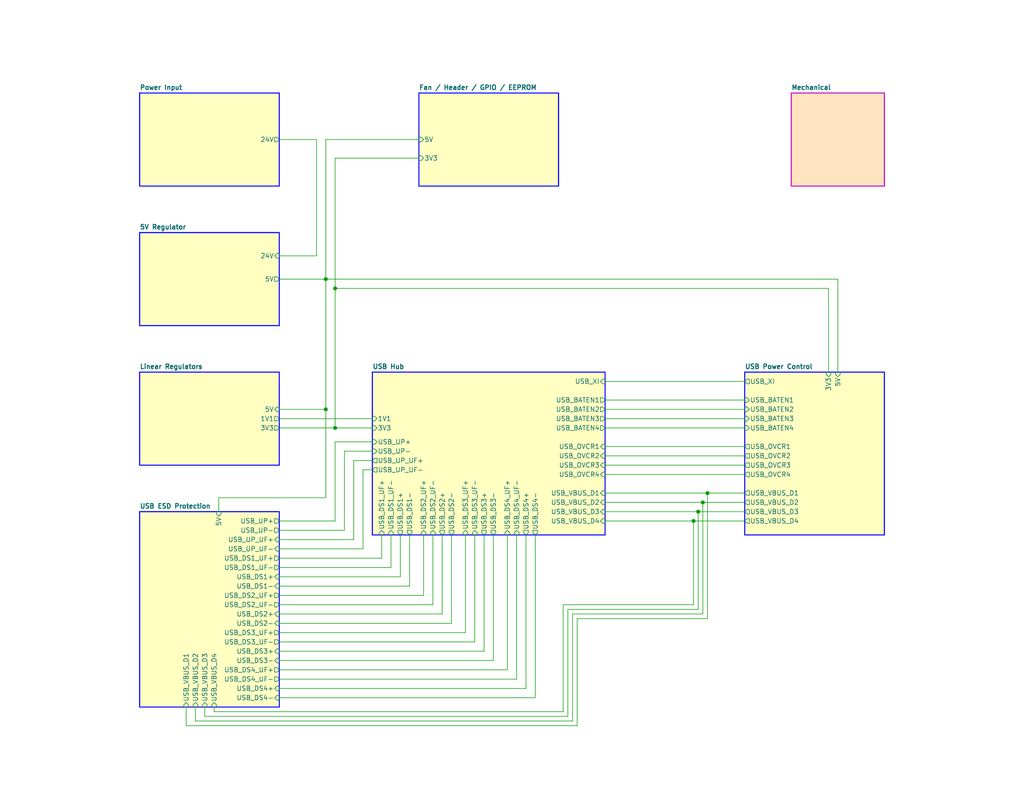
<source format=kicad_sch>
(kicad_sch
	(version 20250114)
	(generator "eeschema")
	(generator_version "9.0")
	(uuid "0e50632e-8a8b-4b7f-ac56-99c7667bb88a")
	(paper "USLetter")
	(title_block
		(title "1026 RPi Power Hat")
		(date "2025-04-11")
		(rev "1")
		(company "Dan Wilson")
		(comment 1 "Copyright © 2025 Dan Wilson")
		(comment 4 "Root Sheet")
	)
	(lib_symbols)
	(junction
		(at 193.04 134.62)
		(diameter 0)
		(color 0 0 0 0)
		(uuid "1ea939e0-2d6a-4579-a373-fc99733062e6")
	)
	(junction
		(at 88.9 76.2)
		(diameter 0)
		(color 0 0 0 0)
		(uuid "57283397-f1d5-45c3-be84-7e79bed212d6")
	)
	(junction
		(at 88.9 111.76)
		(diameter 0)
		(color 0 0 0 0)
		(uuid "9410819e-87c3-4dda-9b31-bb09f7137b01")
	)
	(junction
		(at 189.23 142.24)
		(diameter 0)
		(color 0 0 0 0)
		(uuid "a6957245-7d3c-46ea-b877-4e3aa4485a5b")
	)
	(junction
		(at 190.5 139.7)
		(diameter 0)
		(color 0 0 0 0)
		(uuid "aa7104f9-a0ef-4d1a-9dbf-84a58b18f067")
	)
	(junction
		(at 91.44 78.74)
		(diameter 0)
		(color 0 0 0 0)
		(uuid "b8ffbcb5-838f-40e9-bc8d-3f0550f1dc8d")
	)
	(junction
		(at 191.77 137.16)
		(diameter 0)
		(color 0 0 0 0)
		(uuid "cb85b116-8ec2-4b9c-94ea-e9b0e5fd70d5")
	)
	(junction
		(at 91.44 116.84)
		(diameter 0)
		(color 0 0 0 0)
		(uuid "ec89ec95-f7e1-4c70-b74d-b6ccb16874a0")
	)
	(wire
		(pts
			(xy 165.1 114.3) (xy 203.2 114.3)
		)
		(stroke
			(width 0)
			(type default)
		)
		(uuid "0323bbf9-9ae3-43ec-b2ba-8b1fd1061a36")
	)
	(wire
		(pts
			(xy 91.44 43.18) (xy 114.3 43.18)
		)
		(stroke
			(width 0)
			(type default)
		)
		(uuid "042e19cd-839f-4715-9e17-f37015f4b11a")
	)
	(wire
		(pts
			(xy 55.88 193.04) (xy 55.88 195.58)
		)
		(stroke
			(width 0)
			(type default)
		)
		(uuid "051fb823-b997-4011-b171-aa1545b00cec")
	)
	(wire
		(pts
			(xy 76.2 154.94) (xy 106.68 154.94)
		)
		(stroke
			(width 0)
			(type default)
		)
		(uuid "064029de-9483-485d-861e-6498d30e198a")
	)
	(wire
		(pts
			(xy 76.2 142.24) (xy 91.44 142.24)
		)
		(stroke
			(width 0)
			(type default)
		)
		(uuid "08326a5a-921b-4cfe-bfd0-e6cd2e565cd9")
	)
	(wire
		(pts
			(xy 59.69 135.89) (xy 88.9 135.89)
		)
		(stroke
			(width 0)
			(type default)
		)
		(uuid "094935bc-fa3a-4a00-bda8-643913af8172")
	)
	(wire
		(pts
			(xy 76.2 116.84) (xy 91.44 116.84)
		)
		(stroke
			(width 0)
			(type default)
		)
		(uuid "0a421578-7e5c-4853-ad36-466e86667b6d")
	)
	(wire
		(pts
			(xy 76.2 157.48) (xy 109.22 157.48)
		)
		(stroke
			(width 0)
			(type default)
		)
		(uuid "0a70d92a-b234-46a1-8375-86b9cd908c64")
	)
	(wire
		(pts
			(xy 189.23 142.24) (xy 203.2 142.24)
		)
		(stroke
			(width 0)
			(type default)
		)
		(uuid "0d987233-29f0-4c3c-9eeb-ae172baa1ebc")
	)
	(wire
		(pts
			(xy 143.51 187.96) (xy 143.51 146.05)
		)
		(stroke
			(width 0)
			(type default)
		)
		(uuid "0da8fad8-3f29-4798-bd79-ec1199d0699a")
	)
	(wire
		(pts
			(xy 58.42 194.31) (xy 153.67 194.31)
		)
		(stroke
			(width 0)
			(type default)
		)
		(uuid "0e4202d2-35ed-4cfa-b0b2-74ab0f43f497")
	)
	(wire
		(pts
			(xy 53.34 193.04) (xy 53.34 196.85)
		)
		(stroke
			(width 0)
			(type default)
		)
		(uuid "137d49e6-9658-4a8b-b09b-d7368ddb4792")
	)
	(wire
		(pts
			(xy 191.77 137.16) (xy 191.77 167.64)
		)
		(stroke
			(width 0)
			(type default)
		)
		(uuid "166cf1f2-544d-40f1-8a28-f4b0fe75cda2")
	)
	(wire
		(pts
			(xy 138.43 182.88) (xy 138.43 146.05)
		)
		(stroke
			(width 0)
			(type default)
		)
		(uuid "16eab450-6af9-4c43-afbd-e9f7f4767b1a")
	)
	(wire
		(pts
			(xy 191.77 137.16) (xy 203.2 137.16)
		)
		(stroke
			(width 0)
			(type default)
		)
		(uuid "1ae5de46-1af9-4d27-a0e5-b2ac8ad78064")
	)
	(wire
		(pts
			(xy 165.1 142.24) (xy 189.23 142.24)
		)
		(stroke
			(width 0)
			(type default)
		)
		(uuid "1b75bdd9-b8b9-4863-b822-7a16df45d734")
	)
	(wire
		(pts
			(xy 76.2 165.1) (xy 118.11 165.1)
		)
		(stroke
			(width 0)
			(type default)
		)
		(uuid "1e047608-dfc4-4fd8-b3db-42a1a1a930d0")
	)
	(wire
		(pts
			(xy 76.2 76.2) (xy 88.9 76.2)
		)
		(stroke
			(width 0)
			(type default)
		)
		(uuid "1fc3b561-1fc9-4318-9002-ce6258f86789")
	)
	(wire
		(pts
			(xy 157.48 168.91) (xy 193.04 168.91)
		)
		(stroke
			(width 0)
			(type default)
		)
		(uuid "23d9f56a-a024-4d90-ab5b-6da38510fa54")
	)
	(wire
		(pts
			(xy 165.1 127) (xy 203.2 127)
		)
		(stroke
			(width 0)
			(type default)
		)
		(uuid "27c5e330-0b77-444b-8136-1ae73b039b0f")
	)
	(wire
		(pts
			(xy 165.1 137.16) (xy 191.77 137.16)
		)
		(stroke
			(width 0)
			(type default)
		)
		(uuid "29693de4-e935-4bf5-bb46-460c02d48d8e")
	)
	(wire
		(pts
			(xy 226.06 78.74) (xy 226.06 101.6)
		)
		(stroke
			(width 0)
			(type default)
		)
		(uuid "2e953b30-78f2-4e2b-97ac-26b45dccf1e3")
	)
	(wire
		(pts
			(xy 156.21 196.85) (xy 156.21 167.64)
		)
		(stroke
			(width 0)
			(type default)
		)
		(uuid "3115b096-c114-43d0-9386-22b5081beb93")
	)
	(wire
		(pts
			(xy 165.1 104.14) (xy 203.2 104.14)
		)
		(stroke
			(width 0)
			(type default)
		)
		(uuid "353dbd9a-6b44-4f3e-97dd-8cdc2e182e44")
	)
	(wire
		(pts
			(xy 165.1 109.22) (xy 203.2 109.22)
		)
		(stroke
			(width 0)
			(type default)
		)
		(uuid "38097c9b-f6d6-4c17-a2f7-baf71d8f6794")
	)
	(wire
		(pts
			(xy 109.22 157.48) (xy 109.22 146.05)
		)
		(stroke
			(width 0)
			(type default)
		)
		(uuid "3d33439b-b464-4c4e-adf2-49b32a7a7f27")
	)
	(wire
		(pts
			(xy 132.08 177.8) (xy 132.08 146.05)
		)
		(stroke
			(width 0)
			(type default)
		)
		(uuid "40c187ba-b10c-4e8b-8bc0-48c5ece9978f")
	)
	(wire
		(pts
			(xy 228.6 76.2) (xy 228.6 101.6)
		)
		(stroke
			(width 0)
			(type default)
		)
		(uuid "4210ba3c-f994-453c-8653-98982bb35067")
	)
	(wire
		(pts
			(xy 123.19 170.18) (xy 123.19 146.05)
		)
		(stroke
			(width 0)
			(type default)
		)
		(uuid "434c33fc-4ad0-4371-bf8c-ebfaa8041f1c")
	)
	(wire
		(pts
			(xy 93.98 123.19) (xy 101.6 123.19)
		)
		(stroke
			(width 0)
			(type default)
		)
		(uuid "43ef982c-ce7f-4009-a155-b34065cb379f")
	)
	(wire
		(pts
			(xy 88.9 111.76) (xy 88.9 135.89)
		)
		(stroke
			(width 0)
			(type default)
		)
		(uuid "4407b7c4-ae89-4221-8a4c-2e56f46d88a3")
	)
	(wire
		(pts
			(xy 76.2 182.88) (xy 138.43 182.88)
		)
		(stroke
			(width 0)
			(type default)
		)
		(uuid "4a750004-4c4c-4a53-893c-8e1dea42dd35")
	)
	(wire
		(pts
			(xy 76.2 149.86) (xy 99.06 149.86)
		)
		(stroke
			(width 0)
			(type default)
		)
		(uuid "4b28ee1a-c0b4-4206-9495-2358e22a33b8")
	)
	(wire
		(pts
			(xy 76.2 167.64) (xy 120.65 167.64)
		)
		(stroke
			(width 0)
			(type default)
		)
		(uuid "4f50627d-f35c-452b-8bd1-4a8eaaa3b4f7")
	)
	(wire
		(pts
			(xy 153.67 194.31) (xy 153.67 165.1)
		)
		(stroke
			(width 0)
			(type default)
		)
		(uuid "5365f8c5-deda-4d1d-9efb-d75cd54428f2")
	)
	(wire
		(pts
			(xy 55.88 195.58) (xy 154.94 195.58)
		)
		(stroke
			(width 0)
			(type default)
		)
		(uuid "5393a1f6-440f-45c4-b95b-362486e4787b")
	)
	(wire
		(pts
			(xy 58.42 193.04) (xy 58.42 194.31)
		)
		(stroke
			(width 0)
			(type default)
		)
		(uuid "56680e7e-f523-47fb-bede-884c728ef8de")
	)
	(wire
		(pts
			(xy 153.67 165.1) (xy 189.23 165.1)
		)
		(stroke
			(width 0)
			(type default)
		)
		(uuid "581ddda5-92ea-42af-9e31-fe9fdb2f5b83")
	)
	(wire
		(pts
			(xy 115.57 162.56) (xy 115.57 146.05)
		)
		(stroke
			(width 0)
			(type default)
		)
		(uuid "5941d842-5b72-43ec-ae15-3f23a03e4b1f")
	)
	(wire
		(pts
			(xy 134.62 180.34) (xy 134.62 146.05)
		)
		(stroke
			(width 0)
			(type default)
		)
		(uuid "5abb5924-2c03-4f18-91da-019e135e4e24")
	)
	(wire
		(pts
			(xy 76.2 190.5) (xy 146.05 190.5)
		)
		(stroke
			(width 0)
			(type default)
		)
		(uuid "5f634e35-0665-44be-a4fb-7303006c94af")
	)
	(wire
		(pts
			(xy 76.2 162.56) (xy 115.57 162.56)
		)
		(stroke
			(width 0)
			(type default)
		)
		(uuid "6081364e-6e13-4d5f-97ed-b63a6da8f27c")
	)
	(wire
		(pts
			(xy 91.44 78.74) (xy 226.06 78.74)
		)
		(stroke
			(width 0)
			(type default)
		)
		(uuid "6516f889-2b71-4a39-bb7c-8e54b1b1b7aa")
	)
	(wire
		(pts
			(xy 165.1 134.62) (xy 193.04 134.62)
		)
		(stroke
			(width 0)
			(type default)
		)
		(uuid "692e2e66-66d1-47df-98ce-f894be04bca8")
	)
	(wire
		(pts
			(xy 111.76 160.02) (xy 111.76 146.05)
		)
		(stroke
			(width 0)
			(type default)
		)
		(uuid "6a54e804-ddd5-4e5f-9a00-8e12f08dd759")
	)
	(wire
		(pts
			(xy 165.1 121.92) (xy 203.2 121.92)
		)
		(stroke
			(width 0)
			(type default)
		)
		(uuid "6dac596d-22f4-4c37-bd1c-e2491ab37437")
	)
	(wire
		(pts
			(xy 165.1 116.84) (xy 203.2 116.84)
		)
		(stroke
			(width 0)
			(type default)
		)
		(uuid "6f58b8bb-b4bc-4b07-bff2-8d6f15372b7a")
	)
	(wire
		(pts
			(xy 189.23 142.24) (xy 189.23 165.1)
		)
		(stroke
			(width 0)
			(type default)
		)
		(uuid "705bbf96-80dd-4b30-b5ca-8a831519f8ff")
	)
	(wire
		(pts
			(xy 76.2 180.34) (xy 134.62 180.34)
		)
		(stroke
			(width 0)
			(type default)
		)
		(uuid "714559c1-7931-4b90-ad6d-0dd3143cde97")
	)
	(wire
		(pts
			(xy 157.48 198.12) (xy 157.48 168.91)
		)
		(stroke
			(width 0)
			(type default)
		)
		(uuid "73d937b1-96b3-4ed4-9aae-2cc33d5c7997")
	)
	(wire
		(pts
			(xy 76.2 114.3) (xy 101.6 114.3)
		)
		(stroke
			(width 0)
			(type default)
		)
		(uuid "79fe3b27-7020-4045-8b48-b845bca3ede9")
	)
	(wire
		(pts
			(xy 91.44 78.74) (xy 91.44 43.18)
		)
		(stroke
			(width 0)
			(type default)
		)
		(uuid "7d4a8e13-759c-4404-a088-4446faee0d59")
	)
	(wire
		(pts
			(xy 96.52 147.32) (xy 96.52 125.73)
		)
		(stroke
			(width 0)
			(type default)
		)
		(uuid "7e17313c-5618-4c88-8109-4042713b4a54")
	)
	(wire
		(pts
			(xy 53.34 196.85) (xy 156.21 196.85)
		)
		(stroke
			(width 0)
			(type default)
		)
		(uuid "8094663b-63df-4b4c-b4f8-a3a75756fc5f")
	)
	(wire
		(pts
			(xy 50.8 198.12) (xy 157.48 198.12)
		)
		(stroke
			(width 0)
			(type default)
		)
		(uuid "817a09f8-a715-45ad-87a1-95d40461cc4e")
	)
	(wire
		(pts
			(xy 76.2 172.72) (xy 127 172.72)
		)
		(stroke
			(width 0)
			(type default)
		)
		(uuid "818b603d-efad-48b2-a6dd-714225e90641")
	)
	(wire
		(pts
			(xy 91.44 142.24) (xy 91.44 120.65)
		)
		(stroke
			(width 0)
			(type default)
		)
		(uuid "86b6588a-6237-4909-b832-2b034d3ed1d9")
	)
	(wire
		(pts
			(xy 156.21 167.64) (xy 191.77 167.64)
		)
		(stroke
			(width 0)
			(type default)
		)
		(uuid "8a4b8423-3071-4bc6-895e-5d8ba2679091")
	)
	(wire
		(pts
			(xy 118.11 165.1) (xy 118.11 146.05)
		)
		(stroke
			(width 0)
			(type default)
		)
		(uuid "8e06c3ba-4d97-47c8-89ca-709401f97722")
	)
	(wire
		(pts
			(xy 99.06 149.86) (xy 99.06 128.27)
		)
		(stroke
			(width 0)
			(type default)
		)
		(uuid "955d46eb-67d2-4199-b06a-d8f73b9d419f")
	)
	(wire
		(pts
			(xy 96.52 125.73) (xy 101.6 125.73)
		)
		(stroke
			(width 0)
			(type default)
		)
		(uuid "98ef161b-8226-4382-97a3-38bcf27e88e1")
	)
	(wire
		(pts
			(xy 193.04 134.62) (xy 193.04 168.91)
		)
		(stroke
			(width 0)
			(type default)
		)
		(uuid "9a42a488-5e33-4139-919f-c1ff12acc1ca")
	)
	(wire
		(pts
			(xy 86.36 69.85) (xy 76.2 69.85)
		)
		(stroke
			(width 0)
			(type default)
		)
		(uuid "9b93143e-0ffe-4e9f-b2df-d68bef2c8480")
	)
	(wire
		(pts
			(xy 88.9 76.2) (xy 228.6 76.2)
		)
		(stroke
			(width 0)
			(type default)
		)
		(uuid "9cb4e99f-4564-4b85-a951-4092f12896be")
	)
	(wire
		(pts
			(xy 129.54 175.26) (xy 129.54 146.05)
		)
		(stroke
			(width 0)
			(type default)
		)
		(uuid "9cb7bf9b-cfd1-47ca-b14e-b8e3378e055d")
	)
	(wire
		(pts
			(xy 76.2 144.78) (xy 93.98 144.78)
		)
		(stroke
			(width 0)
			(type default)
		)
		(uuid "9d8d733c-9434-4ec5-97ff-35e6518a573d")
	)
	(wire
		(pts
			(xy 104.14 152.4) (xy 104.14 146.05)
		)
		(stroke
			(width 0)
			(type default)
		)
		(uuid "9fdb6f4a-fe0b-4628-9336-d635857fff5b")
	)
	(wire
		(pts
			(xy 86.36 38.1) (xy 86.36 69.85)
		)
		(stroke
			(width 0)
			(type default)
		)
		(uuid "a017dd9a-580b-4cf7-9e52-8f893dfe399e")
	)
	(wire
		(pts
			(xy 190.5 139.7) (xy 203.2 139.7)
		)
		(stroke
			(width 0)
			(type default)
		)
		(uuid "a0616b13-e444-4553-8a41-ea73c61618dc")
	)
	(wire
		(pts
			(xy 91.44 78.74) (xy 91.44 116.84)
		)
		(stroke
			(width 0)
			(type default)
		)
		(uuid "a435a5b3-80d6-4982-91b0-282254782be3")
	)
	(wire
		(pts
			(xy 86.36 38.1) (xy 76.2 38.1)
		)
		(stroke
			(width 0)
			(type default)
		)
		(uuid "a73f7d70-c6fe-4d5d-95f1-87f22ad17238")
	)
	(wire
		(pts
			(xy 165.1 139.7) (xy 190.5 139.7)
		)
		(stroke
			(width 0)
			(type default)
		)
		(uuid "ad52621a-4d06-4009-a881-b91a637231f2")
	)
	(wire
		(pts
			(xy 106.68 154.94) (xy 106.68 146.05)
		)
		(stroke
			(width 0)
			(type default)
		)
		(uuid "b3865dab-a6d7-4f33-babc-ad849be107d3")
	)
	(wire
		(pts
			(xy 50.8 193.04) (xy 50.8 198.12)
		)
		(stroke
			(width 0)
			(type default)
		)
		(uuid "b44c0114-e4ca-4973-bd72-0877337ba6e4")
	)
	(wire
		(pts
			(xy 190.5 139.7) (xy 190.5 166.37)
		)
		(stroke
			(width 0)
			(type default)
		)
		(uuid "b4d2cfb7-65a6-4811-8d6c-71298a808eac")
	)
	(wire
		(pts
			(xy 120.65 167.64) (xy 120.65 146.05)
		)
		(stroke
			(width 0)
			(type default)
		)
		(uuid "b5548e78-933a-40a4-a59d-0a530a20cf57")
	)
	(wire
		(pts
			(xy 140.97 185.42) (xy 140.97 146.05)
		)
		(stroke
			(width 0)
			(type default)
		)
		(uuid "b8dbed76-438c-4aa6-b9f3-50a9507649eb")
	)
	(wire
		(pts
			(xy 76.2 170.18) (xy 123.19 170.18)
		)
		(stroke
			(width 0)
			(type default)
		)
		(uuid "b913b48c-c1fc-45fa-b19d-ac7bb6c7666e")
	)
	(wire
		(pts
			(xy 76.2 111.76) (xy 88.9 111.76)
		)
		(stroke
			(width 0)
			(type default)
		)
		(uuid "bb05603e-c1d0-473a-8a58-31745a54a0c9")
	)
	(wire
		(pts
			(xy 165.1 111.76) (xy 203.2 111.76)
		)
		(stroke
			(width 0)
			(type default)
		)
		(uuid "c2c0080d-4fb6-470c-9895-e67faaed0d5f")
	)
	(wire
		(pts
			(xy 88.9 38.1) (xy 114.3 38.1)
		)
		(stroke
			(width 0)
			(type default)
		)
		(uuid "c5035375-5bb8-401f-b75e-7796dc591a43")
	)
	(wire
		(pts
			(xy 91.44 120.65) (xy 101.6 120.65)
		)
		(stroke
			(width 0)
			(type default)
		)
		(uuid "c73ed073-e2e9-4a6b-8bc8-625d3cdc26fc")
	)
	(wire
		(pts
			(xy 165.1 124.46) (xy 203.2 124.46)
		)
		(stroke
			(width 0)
			(type default)
		)
		(uuid "c78b4534-13c3-41e4-89f1-82d730cca723")
	)
	(wire
		(pts
			(xy 76.2 175.26) (xy 129.54 175.26)
		)
		(stroke
			(width 0)
			(type default)
		)
		(uuid "cba83379-fbee-4fb8-b42f-7ef4cc29bcc9")
	)
	(wire
		(pts
			(xy 76.2 177.8) (xy 132.08 177.8)
		)
		(stroke
			(width 0)
			(type default)
		)
		(uuid "cbb2a28b-65c5-4725-9bbe-653779910b3e")
	)
	(wire
		(pts
			(xy 59.69 139.7) (xy 59.69 135.89)
		)
		(stroke
			(width 0)
			(type default)
		)
		(uuid "ce8c104a-0da7-4b58-8fe8-adc8aa1f4d2d")
	)
	(wire
		(pts
			(xy 127 172.72) (xy 127 146.05)
		)
		(stroke
			(width 0)
			(type default)
		)
		(uuid "d2130304-ee6d-4026-9159-111999ce375c")
	)
	(wire
		(pts
			(xy 76.2 185.42) (xy 140.97 185.42)
		)
		(stroke
			(width 0)
			(type default)
		)
		(uuid "d249abac-7ed2-46a8-81f9-a13e2d7e4052")
	)
	(wire
		(pts
			(xy 88.9 38.1) (xy 88.9 76.2)
		)
		(stroke
			(width 0)
			(type default)
		)
		(uuid "d44e41c6-7352-426d-87a1-9315075a46e2")
	)
	(wire
		(pts
			(xy 76.2 147.32) (xy 96.52 147.32)
		)
		(stroke
			(width 0)
			(type default)
		)
		(uuid "d6a9e6f1-f560-45af-823f-07828ee09fac")
	)
	(wire
		(pts
			(xy 76.2 152.4) (xy 104.14 152.4)
		)
		(stroke
			(width 0)
			(type default)
		)
		(uuid "d80f51e6-f71e-454b-a313-532973b72c54")
	)
	(wire
		(pts
			(xy 154.94 195.58) (xy 154.94 166.37)
		)
		(stroke
			(width 0)
			(type default)
		)
		(uuid "d921567a-56f1-489f-b1cf-dd83ec8e1aa1")
	)
	(wire
		(pts
			(xy 91.44 116.84) (xy 101.6 116.84)
		)
		(stroke
			(width 0)
			(type default)
		)
		(uuid "dbf660e4-c9db-4984-b326-a20912a28de5")
	)
	(wire
		(pts
			(xy 146.05 190.5) (xy 146.05 146.05)
		)
		(stroke
			(width 0)
			(type default)
		)
		(uuid "e127e556-83bf-46b4-8b65-745605338bdd")
	)
	(wire
		(pts
			(xy 76.2 187.96) (xy 143.51 187.96)
		)
		(stroke
			(width 0)
			(type default)
		)
		(uuid "ed414866-5c24-4869-834f-d518c948c1ca")
	)
	(wire
		(pts
			(xy 193.04 134.62) (xy 203.2 134.62)
		)
		(stroke
			(width 0)
			(type default)
		)
		(uuid "f1e3dbcf-0085-492a-8f8b-38226ca339ea")
	)
	(wire
		(pts
			(xy 88.9 76.2) (xy 88.9 111.76)
		)
		(stroke
			(width 0)
			(type default)
		)
		(uuid "f2624b8d-a96a-4ba4-a262-3a104a5c5235")
	)
	(wire
		(pts
			(xy 76.2 160.02) (xy 111.76 160.02)
		)
		(stroke
			(width 0)
			(type default)
		)
		(uuid "f2ade592-3fac-420f-9b5d-60f5cc0b1dd7")
	)
	(wire
		(pts
			(xy 165.1 129.54) (xy 203.2 129.54)
		)
		(stroke
			(width 0)
			(type default)
		)
		(uuid "f4c11cad-445c-4a8b-a6d6-ddea2e2b2800")
	)
	(wire
		(pts
			(xy 99.06 128.27) (xy 101.6 128.27)
		)
		(stroke
			(width 0)
			(type default)
		)
		(uuid "f980e841-5a19-4770-9e1a-90a5f6a8d73c")
	)
	(wire
		(pts
			(xy 154.94 166.37) (xy 190.5 166.37)
		)
		(stroke
			(width 0)
			(type default)
		)
		(uuid "fe05747f-5f8a-4637-877d-45c0be2b976f")
	)
	(wire
		(pts
			(xy 93.98 144.78) (xy 93.98 123.19)
		)
		(stroke
			(width 0)
			(type default)
		)
		(uuid "fefe589e-8878-43ca-b8b1-22a90a091f05")
	)
	(sheet
		(at 203.2 101.6)
		(size 38.1 44.45)
		(exclude_from_sim no)
		(in_bom yes)
		(on_board yes)
		(dnp no)
		(fields_autoplaced yes)
		(stroke
			(width 0.3048)
			(type solid)
			(color 0 0 255 1)
		)
		(fill
			(color 255 255 194 1.0000)
		)
		(uuid "112ce96c-f073-468c-84d9-569b54c08131")
		(property "Sheetname" "USB Power Control"
			(at 203.2 100.8122 0)
			(effects
				(font
					(size 1.27 1.27)
					(thickness 0.254)
					(bold yes)
				)
				(justify left bottom)
			)
		)
		(property "Sheetfile" "USB Power Control.kicad_sch"
			(at 203.2 146.7108 0)
			(effects
				(font
					(size 1.27 1.27)
				)
				(justify left top)
				(hide yes)
			)
		)
		(pin "USB_BATEN2" input
			(at 203.2 111.76 180)
			(uuid "9adb2c89-95c6-4bf2-a62b-005522913903")
			(effects
				(font
					(size 1.27 1.27)
				)
				(justify left)
			)
		)
		(pin "USB_OVCR2" output
			(at 203.2 124.46 180)
			(uuid "1e695cb6-d991-4424-8d50-dd52843d8329")
			(effects
				(font
					(size 1.27 1.27)
				)
				(justify left)
			)
		)
		(pin "USB_BATEN1" input
			(at 203.2 109.22 180)
			(uuid "76d81159-3383-460c-ba85-1bbdee5b0ccd")
			(effects
				(font
					(size 1.27 1.27)
				)
				(justify left)
			)
		)
		(pin "5V" input
			(at 228.6 101.6 90)
			(uuid "6b8316ae-3fba-4e98-ad1b-210dbe72516a")
			(effects
				(font
					(size 1.27 1.27)
				)
				(justify right)
			)
		)
		(pin "USB_OVCR1" output
			(at 203.2 121.92 180)
			(uuid "fa7c9ac3-6ae9-4c64-8f23-9a2defd99b2c")
			(effects
				(font
					(size 1.27 1.27)
				)
				(justify left)
			)
		)
		(pin "USB_VBUS_D2" output
			(at 203.2 137.16 180)
			(uuid "c5072784-ee24-4e97-803d-5dba8fc82938")
			(effects
				(font
					(size 1.27 1.27)
				)
				(justify left)
			)
		)
		(pin "USB_VBUS_D1" output
			(at 203.2 134.62 180)
			(uuid "5f1d3f1e-fff2-4d95-ab2e-222ec6c638e8")
			(effects
				(font
					(size 1.27 1.27)
				)
				(justify left)
			)
		)
		(pin "USB_VBUS_D3" output
			(at 203.2 139.7 180)
			(uuid "9d91b795-f03b-48df-a2ec-6180c5869214")
			(effects
				(font
					(size 1.27 1.27)
				)
				(justify left)
			)
		)
		(pin "USB_VBUS_D4" output
			(at 203.2 142.24 180)
			(uuid "5fe76802-8b40-49df-ba33-531c9c30663d")
			(effects
				(font
					(size 1.27 1.27)
				)
				(justify left)
			)
		)
		(pin "USB_BATEN4" input
			(at 203.2 116.84 180)
			(uuid "ce281f78-e8ff-4459-978e-3904b1ac6329")
			(effects
				(font
					(size 1.27 1.27)
				)
				(justify left)
			)
		)
		(pin "USB_OVCR4" output
			(at 203.2 129.54 180)
			(uuid "e59275e2-d238-4854-aa5c-de74174de694")
			(effects
				(font
					(size 1.27 1.27)
				)
				(justify left)
			)
		)
		(pin "USB_OVCR3" output
			(at 203.2 127 180)
			(uuid "fd1f1a46-b11e-408b-bd0c-d5f0b480609d")
			(effects
				(font
					(size 1.27 1.27)
				)
				(justify left)
			)
		)
		(pin "USB_BATEN3" input
			(at 203.2 114.3 180)
			(uuid "b8308dd3-f114-4961-97ec-0b8081ac6bc8")
			(effects
				(font
					(size 1.27 1.27)
				)
				(justify left)
			)
		)
		(pin "3V3" input
			(at 226.06 101.6 90)
			(uuid "c13f2540-7ebe-45ba-8170-b25676b207d5")
			(effects
				(font
					(size 1.27 1.27)
				)
				(justify right)
			)
		)
		(pin "USB_XI" output
			(at 203.2 104.14 180)
			(uuid "a946dd8c-84ce-4343-87eb-d0cf30c6dae2")
			(effects
				(font
					(size 1.27 1.27)
				)
				(justify left)
			)
		)
		(instances
			(project "1026 RPi Power Hat"
				(path "/0e50632e-8a8b-4b7f-ac56-99c7667bb88a"
					(page "8")
				)
			)
		)
	)
	(sheet
		(at 215.9 25.4)
		(size 25.4 25.4)
		(exclude_from_sim no)
		(in_bom yes)
		(on_board yes)
		(dnp no)
		(fields_autoplaced yes)
		(stroke
			(width 0.3048)
			(type solid)
			(color 194 0 194 1)
		)
		(fill
			(color 255 229 191 1.0000)
		)
		(uuid "11547498-585a-4b65-8383-0a98326c007f")
		(property "Sheetname" "Mechanical"
			(at 215.9 24.6122 0)
			(effects
				(font
					(size 1.27 1.27)
					(thickness 0.254)
					(bold yes)
				)
				(justify left bottom)
			)
		)
		(property "Sheetfile" "Mechanical.kicad_sch"
			(at 215.9 51.4608 0)
			(effects
				(font
					(size 1.27 1.27)
				)
				(justify left top)
				(hide yes)
			)
		)
		(instances
			(project "1026 RPi Power Hat"
				(path "/0e50632e-8a8b-4b7f-ac56-99c7667bb88a"
					(page "6")
				)
			)
		)
	)
	(sheet
		(at 101.6 101.6)
		(size 63.5 44.45)
		(exclude_from_sim no)
		(in_bom yes)
		(on_board yes)
		(dnp no)
		(fields_autoplaced yes)
		(stroke
			(width 0.3048)
			(type solid)
			(color 0 0 255 1)
		)
		(fill
			(color 255 255 194 1.0000)
		)
		(uuid "22b8a03f-61a0-4246-937f-190ea0fb039d")
		(property "Sheetname" "USB Hub"
			(at 101.6 100.8122 0)
			(effects
				(font
					(size 1.27 1.27)
					(thickness 0.254)
					(bold yes)
				)
				(justify left bottom)
			)
		)
		(property "Sheetfile" "USB Hub and Power Control.kicad_sch"
			(at 101.6 146.7108 0)
			(effects
				(font
					(size 1.27 1.27)
				)
				(justify left top)
				(hide yes)
			)
		)
		(pin "1V1" input
			(at 101.6 114.3 180)
			(uuid "59779515-597f-4163-97c4-7457f9865dce")
			(effects
				(font
					(size 1.27 1.27)
				)
				(justify left)
			)
		)
		(pin "3V3" input
			(at 101.6 116.84 180)
			(uuid "9ff4f377-8822-49e8-87da-94750f7e7e84")
			(effects
				(font
					(size 1.27 1.27)
				)
				(justify left)
			)
		)
		(pin "USB_BATEN4" output
			(at 165.1 116.84 0)
			(uuid "996b30c2-e48f-4b39-9802-6b95b7093865")
			(effects
				(font
					(size 1.27 1.27)
				)
				(justify right)
			)
		)
		(pin "USB_OVCR1" input
			(at 165.1 121.92 0)
			(uuid "5262a269-d08d-4795-bf67-c9efe3fe7279")
			(effects
				(font
					(size 1.27 1.27)
				)
				(justify right)
			)
		)
		(pin "USB_VBUS_D1" input
			(at 165.1 134.62 0)
			(uuid "315b7146-e3e1-44f9-96c0-c6b8b5e8cb31")
			(effects
				(font
					(size 1.27 1.27)
				)
				(justify right)
			)
		)
		(pin "USB_OVCR2" input
			(at 165.1 124.46 0)
			(uuid "68ed1af5-170b-4003-8c34-f859cb8155fd")
			(effects
				(font
					(size 1.27 1.27)
				)
				(justify right)
			)
		)
		(pin "USB_OVCR4" input
			(at 165.1 129.54 0)
			(uuid "04448a16-4b12-4e5c-8181-d1a1e0663d50")
			(effects
				(font
					(size 1.27 1.27)
				)
				(justify right)
			)
		)
		(pin "USB_OVCR3" input
			(at 165.1 127 0)
			(uuid "60d86166-2aa2-4058-8d59-9727972bf6a1")
			(effects
				(font
					(size 1.27 1.27)
				)
				(justify right)
			)
		)
		(pin "USB_BATEN1" output
			(at 165.1 109.22 0)
			(uuid "d58e8a16-7ed8-4dc2-a7d6-bbf1fcf0ba1f")
			(effects
				(font
					(size 1.27 1.27)
				)
				(justify right)
			)
		)
		(pin "USB_XI" input
			(at 165.1 104.14 0)
			(uuid "c999fb78-2f45-454f-89d8-da7e54122c51")
			(effects
				(font
					(size 1.27 1.27)
				)
				(justify right)
			)
		)
		(pin "USB_VBUS_D2" input
			(at 165.1 137.16 0)
			(uuid "dfd96bce-f325-404d-9d9c-80e9ace1aef8")
			(effects
				(font
					(size 1.27 1.27)
				)
				(justify right)
			)
		)
		(pin "USB_BATEN2" output
			(at 165.1 111.76 0)
			(uuid "67887587-a822-41a7-bb67-55f8274557a3")
			(effects
				(font
					(size 1.27 1.27)
				)
				(justify right)
			)
		)
		(pin "USB_BATEN3" output
			(at 165.1 114.3 0)
			(uuid "0ead5950-5e81-433c-86b4-dafb232e98d4")
			(effects
				(font
					(size 1.27 1.27)
				)
				(justify right)
			)
		)
		(pin "USB_VBUS_D3" input
			(at 165.1 139.7 0)
			(uuid "d566299c-7713-4a2f-bae9-83dab0b531d3")
			(effects
				(font
					(size 1.27 1.27)
				)
				(justify right)
			)
		)
		(pin "USB_VBUS_D4" input
			(at 165.1 142.24 0)
			(uuid "29ca349e-bacb-4b70-bd09-cc851b10d46d")
			(effects
				(font
					(size 1.27 1.27)
				)
				(justify right)
			)
		)
		(pin "USB_UP+" input
			(at 101.6 120.65 180)
			(uuid "45664e20-e300-4385-a809-88e01576b92c")
			(effects
				(font
					(size 1.27 1.27)
				)
				(justify left)
			)
		)
		(pin "USB_DS1_UF-" input
			(at 106.68 146.05 270)
			(uuid "e1d0181d-8eea-47c9-91f5-1b33444ca5f2")
			(effects
				(font
					(size 1.27 1.27)
				)
				(justify left)
			)
		)
		(pin "USB_DS2_UF+" input
			(at 115.57 146.05 270)
			(uuid "e74636e4-d1c4-4888-92aa-ffa6cf873bab")
			(effects
				(font
					(size 1.27 1.27)
				)
				(justify left)
			)
		)
		(pin "USB_DS1_UF+" input
			(at 104.14 146.05 270)
			(uuid "b5bf6dfc-3f1a-4da7-8620-4b16bf8ed586")
			(effects
				(font
					(size 1.27 1.27)
				)
				(justify left)
			)
		)
		(pin "USB_DS4+" output
			(at 143.51 146.05 270)
			(uuid "a16719a5-dec5-4c4f-a09e-fbf3f6bd0446")
			(effects
				(font
					(size 1.27 1.27)
				)
				(justify left)
			)
		)
		(pin "USB_DS4-" output
			(at 146.05 146.05 270)
			(uuid "460228d1-fb4c-46bb-a1ee-a525694738bd")
			(effects
				(font
					(size 1.27 1.27)
				)
				(justify left)
			)
		)
		(pin "USB_UP_UF-" output
			(at 101.6 128.27 180)
			(uuid "50c54b45-85b9-40bd-9781-d951539190ee")
			(effects
				(font
					(size 1.27 1.27)
				)
				(justify left)
			)
		)
		(pin "USB_DS3-" output
			(at 134.62 146.05 270)
			(uuid "5de12f58-3aff-4504-8ac1-9f63e7e16a8f")
			(effects
				(font
					(size 1.27 1.27)
				)
				(justify left)
			)
		)
		(pin "USB_DS1+" output
			(at 109.22 146.05 270)
			(uuid "f98cb6dc-8239-4a37-a18c-e558e1faf751")
			(effects
				(font
					(size 1.27 1.27)
				)
				(justify left)
			)
		)
		(pin "USB_DS1-" output
			(at 111.76 146.05 270)
			(uuid "a1cb0c17-cbfb-4e35-b18b-67d0525aeac6")
			(effects
				(font
					(size 1.27 1.27)
				)
				(justify left)
			)
		)
		(pin "USB_DS2+" output
			(at 120.65 146.05 270)
			(uuid "b3d60064-caaf-4f2e-9abe-ff1e76ba76e9")
			(effects
				(font
					(size 1.27 1.27)
				)
				(justify left)
			)
		)
		(pin "USB_DS3+" output
			(at 132.08 146.05 270)
			(uuid "f2b3481b-1b9f-4849-9442-5e5abe712842")
			(effects
				(font
					(size 1.27 1.27)
				)
				(justify left)
			)
		)
		(pin "USB_DS2-" output
			(at 123.19 146.05 270)
			(uuid "a95900de-8a70-47d9-ac7e-cdf5966477bd")
			(effects
				(font
					(size 1.27 1.27)
				)
				(justify left)
			)
		)
		(pin "USB_DS4_UF-" input
			(at 140.97 146.05 270)
			(uuid "6214be90-650c-4b87-8746-f4fe02d5c3f3")
			(effects
				(font
					(size 1.27 1.27)
				)
				(justify left)
			)
		)
		(pin "USB_DS2_UF-" input
			(at 118.11 146.05 270)
			(uuid "c96a0a46-8f97-4d97-8c67-72d35d6c82dc")
			(effects
				(font
					(size 1.27 1.27)
				)
				(justify left)
			)
		)
		(pin "USB_DS3_UF-" input
			(at 129.54 146.05 270)
			(uuid "c6846dd5-2ff2-405a-a596-b51ce062ee24")
			(effects
				(font
					(size 1.27 1.27)
				)
				(justify left)
			)
		)
		(pin "USB_DS3_UF+" input
			(at 127 146.05 270)
			(uuid "129a72da-3b95-4337-913e-ae3b271ee717")
			(effects
				(font
					(size 1.27 1.27)
				)
				(justify left)
			)
		)
		(pin "USB_DS4_UF+" input
			(at 138.43 146.05 270)
			(uuid "47ea6c6c-3544-4c46-858d-c917e8ff2424")
			(effects
				(font
					(size 1.27 1.27)
				)
				(justify left)
			)
		)
		(pin "USB_UP-" input
			(at 101.6 123.19 180)
			(uuid "54f34dc7-0549-4592-945d-c7e342ebaffe")
			(effects
				(font
					(size 1.27 1.27)
				)
				(justify left)
			)
		)
		(pin "USB_UP_UF+" output
			(at 101.6 125.73 180)
			(uuid "a94b4f48-eefb-42ad-8dd5-64130fe720ec")
			(effects
				(font
					(size 1.27 1.27)
				)
				(justify left)
			)
		)
		(instances
			(project "1026 RPi Power Hat"
				(path "/0e50632e-8a8b-4b7f-ac56-99c7667bb88a"
					(page "7")
				)
			)
		)
	)
	(sheet
		(at 38.1 101.6)
		(size 38.1 25.4)
		(exclude_from_sim no)
		(in_bom yes)
		(on_board yes)
		(dnp no)
		(fields_autoplaced yes)
		(stroke
			(width 0.3048)
			(type solid)
			(color 0 0 255 1)
		)
		(fill
			(color 255 255 194 1.0000)
		)
		(uuid "2e00305c-c4bb-4517-9a1d-187684ed8d69")
		(property "Sheetname" "Linear Regulators"
			(at 38.1 100.8122 0)
			(effects
				(font
					(size 1.27 1.27)
					(thickness 0.254)
					(bold yes)
				)
				(justify left bottom)
			)
		)
		(property "Sheetfile" "Linear Regulators.kicad_sch"
			(at 38.1 127.6608 0)
			(effects
				(font
					(size 1.27 1.27)
				)
				(justify left top)
				(hide yes)
			)
		)
		(pin "5V" input
			(at 76.2 111.76 0)
			(uuid "37968602-a0f9-4d33-b439-babf0832dc0b")
			(effects
				(font
					(size 1.27 1.27)
				)
				(justify right)
			)
		)
		(pin "1V1" output
			(at 76.2 114.3 0)
			(uuid "a05c7962-9b7f-4ca5-8a28-a4f28ac9dac2")
			(effects
				(font
					(size 1.27 1.27)
				)
				(justify right)
			)
		)
		(pin "3V3" output
			(at 76.2 116.84 0)
			(uuid "9eab3982-9d32-4b2e-a284-217e45a597a4")
			(effects
				(font
					(size 1.27 1.27)
				)
				(justify right)
			)
		)
		(instances
			(project "1026 RPi Power Hat"
				(path "/0e50632e-8a8b-4b7f-ac56-99c7667bb88a"
					(page "4")
				)
			)
		)
	)
	(sheet
		(at 114.3 25.4)
		(size 38.1 25.4)
		(exclude_from_sim no)
		(in_bom yes)
		(on_board yes)
		(dnp no)
		(fields_autoplaced yes)
		(stroke
			(width 0.3048)
			(type solid)
			(color 0 0 255 1)
		)
		(fill
			(color 255 255 194 1.0000)
		)
		(uuid "893bcb5f-d865-40c4-9bde-e4b76bfa7ce4")
		(property "Sheetname" "Fan / Header / GPIO / EEPROM"
			(at 114.3 24.6122 0)
			(effects
				(font
					(size 1.27 1.27)
					(thickness 0.254)
					(bold yes)
				)
				(justify left bottom)
			)
		)
		(property "Sheetfile" "Fan Header and Fan.kicad_sch"
			(at 114.3 51.4608 0)
			(effects
				(font
					(size 1.27 1.27)
				)
				(justify left top)
				(hide yes)
			)
		)
		(pin "5V" input
			(at 114.3 38.1 180)
			(uuid "3c90d5b3-91dc-40bc-93c0-1010f76409a6")
			(effects
				(font
					(size 1.27 1.27)
				)
				(justify left)
			)
		)
		(pin "3V3" input
			(at 114.3 43.18 180)
			(uuid "5816d9ab-8ba1-451e-9e64-afda28805729")
			(effects
				(font
					(size 1.27 1.27)
				)
				(justify left)
			)
		)
		(instances
			(project "1026 RPi Power Hat"
				(path "/0e50632e-8a8b-4b7f-ac56-99c7667bb88a"
					(page "5")
				)
			)
		)
	)
	(sheet
		(at 38.1 25.4)
		(size 38.1 25.4)
		(exclude_from_sim no)
		(in_bom yes)
		(on_board yes)
		(dnp no)
		(fields_autoplaced yes)
		(stroke
			(width 0.3048)
			(type solid)
			(color 0 0 255 1)
		)
		(fill
			(color 255 255 194 1.0000)
		)
		(uuid "ab93d6b6-9bac-4191-b8d5-4d50ebfb8a19")
		(property "Sheetname" "Power Input"
			(at 38.1 24.6122 0)
			(effects
				(font
					(size 1.27 1.27)
					(thickness 0.254)
					(bold yes)
				)
				(justify left bottom)
			)
		)
		(property "Sheetfile" "Power Input.kicad_sch"
			(at 38.1 51.4608 0)
			(effects
				(font
					(size 1.27 1.27)
				)
				(justify left top)
				(hide yes)
			)
		)
		(pin "24V" output
			(at 76.2 38.1 0)
			(uuid "8a0bb0b2-01a1-4b8d-a588-6af32b84469e")
			(effects
				(font
					(size 1.27 1.27)
				)
				(justify right)
			)
		)
		(instances
			(project "1026 RPi Power Hat"
				(path "/0e50632e-8a8b-4b7f-ac56-99c7667bb88a"
					(page "2")
				)
			)
		)
	)
	(sheet
		(at 38.1 63.5)
		(size 38.1 25.4)
		(exclude_from_sim no)
		(in_bom yes)
		(on_board yes)
		(dnp no)
		(fields_autoplaced yes)
		(stroke
			(width 0.3048)
			(type solid)
			(color 0 0 255 1)
		)
		(fill
			(color 255 255 194 1.0000)
		)
		(uuid "d1fbbe5c-eb0f-480f-9ecd-9ac9e3e5a919")
		(property "Sheetname" "5V Regulator"
			(at 38.1 62.7122 0)
			(effects
				(font
					(size 1.27 1.27)
					(thickness 0.254)
					(bold yes)
				)
				(justify left bottom)
			)
		)
		(property "Sheetfile" "5V Regulator.kicad_sch"
			(at 38.1 89.5608 0)
			(effects
				(font
					(size 1.27 1.27)
				)
				(justify left top)
				(hide yes)
			)
		)
		(pin "5V" output
			(at 76.2 76.2 0)
			(uuid "0380b471-afc7-4986-8005-07cd0c7cf356")
			(effects
				(font
					(size 1.27 1.27)
				)
				(justify right)
			)
		)
		(pin "24V" input
			(at 76.2 69.85 0)
			(uuid "743bd1c4-a81f-47e2-b378-1191b4fad03b")
			(effects
				(font
					(size 1.27 1.27)
				)
				(justify right)
			)
		)
		(instances
			(project "1026 RPi Power Hat"
				(path "/0e50632e-8a8b-4b7f-ac56-99c7667bb88a"
					(page "3")
				)
			)
		)
	)
	(sheet
		(at 38.1 139.7)
		(size 38.1 53.34)
		(exclude_from_sim no)
		(in_bom yes)
		(on_board yes)
		(dnp no)
		(fields_autoplaced yes)
		(stroke
			(width 0.3048)
			(type solid)
			(color 0 0 255 1)
		)
		(fill
			(color 255 255 194 1.0000)
		)
		(uuid "e5ff99b5-3fa9-4188-afbc-79d9240e5e7c")
		(property "Sheetname" "USB ESD Protection"
			(at 38.1 138.9122 0)
			(effects
				(font
					(size 1.27 1.27)
					(thickness 0.254)
					(bold yes)
				)
				(justify left bottom)
			)
		)
		(property "Sheetfile" "USB ESD Protection.kicad_sch"
			(at 38.1 193.7008 0)
			(effects
				(font
					(size 1.27 1.27)
				)
				(justify left top)
				(hide yes)
			)
		)
		(pin "5V" input
			(at 59.69 139.7 90)
			(uuid "83c5151e-791c-4aa2-8ed3-57c56b8b8ded")
			(effects
				(font
					(size 1.27 1.27)
				)
				(justify right)
			)
		)
		(pin "USB_DS1+" input
			(at 76.2 157.48 0)
			(uuid "9db45f3d-c7b9-4e47-9291-a4431c71c11e")
			(effects
				(font
					(size 1.27 1.27)
				)
				(justify right)
			)
		)
		(pin "USB_DS1-" input
			(at 76.2 160.02 0)
			(uuid "77c9716c-8110-4996-a04d-b415e3354d10")
			(effects
				(font
					(size 1.27 1.27)
				)
				(justify right)
			)
		)
		(pin "USB_DS1_UF+" output
			(at 76.2 152.4 0)
			(uuid "8357d535-2cd7-40fa-b812-92c8d4f3ee3c")
			(effects
				(font
					(size 1.27 1.27)
				)
				(justify right)
			)
		)
		(pin "USB_DS1_UF-" output
			(at 76.2 154.94 0)
			(uuid "63d75d8a-802f-4d4f-8b3c-960cde573af3")
			(effects
				(font
					(size 1.27 1.27)
				)
				(justify right)
			)
		)
		(pin "USB_DS2+" input
			(at 76.2 167.64 0)
			(uuid "11649cab-9278-4745-8ba8-633b74a55c3c")
			(effects
				(font
					(size 1.27 1.27)
				)
				(justify right)
			)
		)
		(pin "USB_DS2-" input
			(at 76.2 170.18 0)
			(uuid "06648c76-8afa-401a-866f-0ce56cde49ef")
			(effects
				(font
					(size 1.27 1.27)
				)
				(justify right)
			)
		)
		(pin "USB_DS2_UF+" output
			(at 76.2 162.56 0)
			(uuid "bc8277d1-9863-4078-8072-bfda4e161d2b")
			(effects
				(font
					(size 1.27 1.27)
				)
				(justify right)
			)
		)
		(pin "USB_DS2_UF-" output
			(at 76.2 165.1 0)
			(uuid "b1419207-6273-4130-b4a8-73da3a4fd97b")
			(effects
				(font
					(size 1.27 1.27)
				)
				(justify right)
			)
		)
		(pin "USB_DS3+" input
			(at 76.2 177.8 0)
			(uuid "fa50e0ca-8288-4ec4-a99e-a8c6eb0abbdd")
			(effects
				(font
					(size 1.27 1.27)
				)
				(justify right)
			)
		)
		(pin "USB_DS3-" input
			(at 76.2 180.34 0)
			(uuid "01123fae-01ad-404e-a040-2f07b7425964")
			(effects
				(font
					(size 1.27 1.27)
				)
				(justify right)
			)
		)
		(pin "USB_DS3_UF+" output
			(at 76.2 172.72 0)
			(uuid "2fecbf27-99c4-4376-ac22-48e84781cda0")
			(effects
				(font
					(size 1.27 1.27)
				)
				(justify right)
			)
		)
		(pin "USB_DS3_UF-" output
			(at 76.2 175.26 0)
			(uuid "688b391e-bac6-4734-b8bc-02ba9b4f2b92")
			(effects
				(font
					(size 1.27 1.27)
				)
				(justify right)
			)
		)
		(pin "USB_DS4+" input
			(at 76.2 187.96 0)
			(uuid "d250910d-03db-4601-bd83-274b000a1866")
			(effects
				(font
					(size 1.27 1.27)
				)
				(justify right)
			)
		)
		(pin "USB_DS4-" input
			(at 76.2 190.5 0)
			(uuid "5674bdf9-c1d7-4049-b72b-98a2b7c5c80e")
			(effects
				(font
					(size 1.27 1.27)
				)
				(justify right)
			)
		)
		(pin "USB_DS4_UF+" output
			(at 76.2 182.88 0)
			(uuid "1a319dae-294b-4f11-ac22-6d20a35b7d34")
			(effects
				(font
					(size 1.27 1.27)
				)
				(justify right)
			)
		)
		(pin "USB_DS4_UF-" output
			(at 76.2 185.42 0)
			(uuid "5ad13aa9-3ffb-49ea-898b-e3d408a46686")
			(effects
				(font
					(size 1.27 1.27)
				)
				(justify right)
			)
		)
		(pin "USB_UP+" output
			(at 76.2 142.24 0)
			(uuid "ab1e79e6-19a0-495d-abb7-38c9341d3019")
			(effects
				(font
					(size 1.27 1.27)
				)
				(justify right)
			)
		)
		(pin "USB_UP-" output
			(at 76.2 144.78 0)
			(uuid "8f96d3ef-3916-4ce2-93cb-8746633b30fd")
			(effects
				(font
					(size 1.27 1.27)
				)
				(justify right)
			)
		)
		(pin "USB_UP_UF+" input
			(at 76.2 147.32 0)
			(uuid "441908ed-cb50-4296-8c1a-b707c867f98a")
			(effects
				(font
					(size 1.27 1.27)
				)
				(justify right)
			)
		)
		(pin "USB_UP_UF-" input
			(at 76.2 149.86 0)
			(uuid "71aeb7d0-508b-414d-944d-379d4aa7329b")
			(effects
				(font
					(size 1.27 1.27)
				)
				(justify right)
			)
		)
		(pin "USB_VBUS_D1" input
			(at 50.8 193.04 270)
			(uuid "59458f92-284f-4927-a586-e64dfdcb87be")
			(effects
				(font
					(size 1.27 1.27)
				)
				(justify left)
			)
		)
		(pin "USB_VBUS_D2" input
			(at 53.34 193.04 270)
			(uuid "ea0887ae-56ea-497c-a10c-4a3c63d885d2")
			(effects
				(font
					(size 1.27 1.27)
				)
				(justify left)
			)
		)
		(pin "USB_VBUS_D3" input
			(at 55.88 193.04 270)
			(uuid "c8cf7a6a-ad17-434d-ae9c-2862b7cc8400")
			(effects
				(font
					(size 1.27 1.27)
				)
				(justify left)
			)
		)
		(pin "USB_VBUS_D4" input
			(at 58.42 193.04 270)
			(uuid "168199bd-8684-4552-8c15-1a96fac98432")
			(effects
				(font
					(size 1.27 1.27)
				)
				(justify left)
			)
		)
		(instances
			(project "1026 RPi Power Hat"
				(path "/0e50632e-8a8b-4b7f-ac56-99c7667bb88a"
					(page "9")
				)
			)
		)
	)
	(sheet_instances
		(path "/"
			(page "1")
		)
	)
	(embedded_fonts no)
)

</source>
